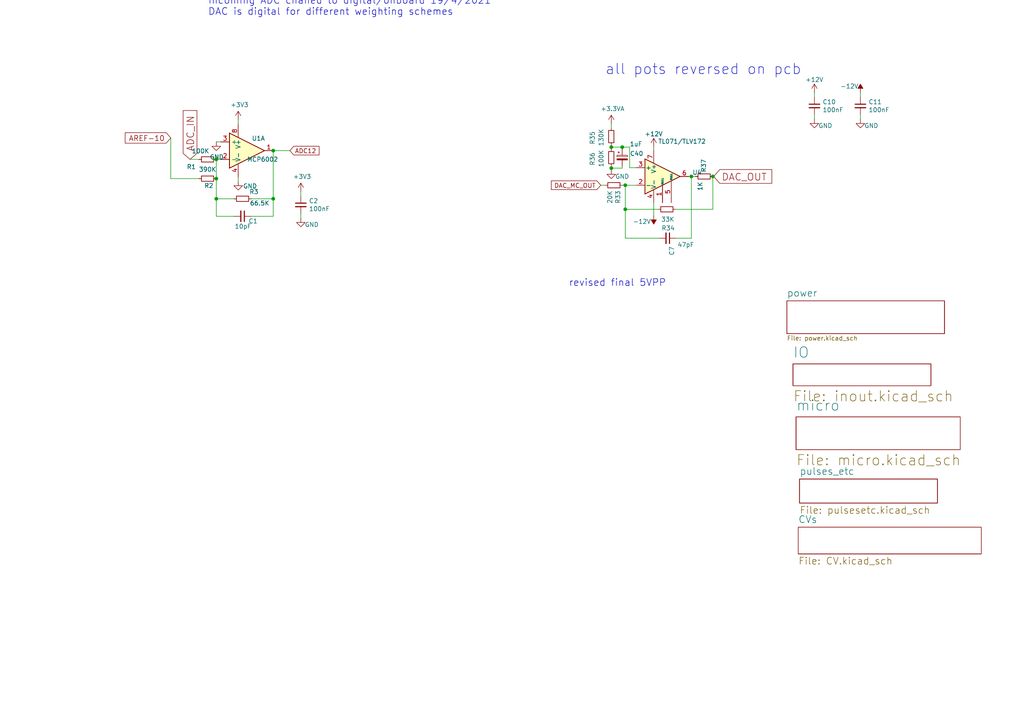
<source format=kicad_sch>
(kicad_sch (version 20211123) (generator eeschema)
  (paper "A4")
  (title_block (title "SEGMENTS") (date "2020-12-28") (rev "002"))
  (lib_symbols
    (symbol "Amplifier_Operational:TL071" (pin_names (offset 0.127))
      (property "Reference" "U" (at 0 6.35 0))
      (property "Value" "Amplifier_Operational_TL071" (at 0 3.81 0))
      (symbol "TL071_0_1"
        (polyline (pts (xy -5.08 5.08) (xy 5.08 0) (xy -5.08 -5.08) (xy -5.08 5.08)) (stroke (width 0.254)) (fill (type background)))
      )
      (symbol "TL071_1_1"
        (pin input line (at 0 -7.62 90) (length 5.08) (name "NULL") (number "1"))
        (pin input line (at -7.62 -2.54 0) (length 2.54) (name "-") (number "2"))
        (pin input line (at -7.62 2.54 0) (length 2.54) (name "+") (number "3"))
        (pin power_in line (at -2.54 -7.62 90) (length 3.81) (name "V-") (number "4"))
        (pin input line (at 2.54 -7.62 90) (length 6.35) (name "NULL") (number "5"))
        (pin output line (at 7.62 0 180) (length 2.54) (name "~") (number "6"))
        (pin power_in line (at -2.54 7.62 270) (length 3.81) (name "V+") (number "7"))
        (pin no_connect line (at 0 2.54 270) (length 2.54) hide (name "NC") (number "8"))
      )
    )
    (symbol "Device:CP_Small" (pin_numbers hide) (pin_names (offset 0.254) hide)
      (property "Reference" "C" (at 0.254 1.778 0))
      (property "Value" "Device_CP_Small" (at 0.254 -2.032 0))
      (symbol "CP_Small_0_1"
        (rectangle (start -1.524 -0.3048) (end 1.524 -0.6858) (fill (type outline)))
        (rectangle (start -1.524 0.6858) (end 1.524 0.3048))
        (polyline (pts (xy -1.27 1.524) (xy -0.762 1.524)))
        (polyline (pts (xy -1.016 1.27) (xy -1.016 1.778)))
      )
      (symbol "CP_Small_1_1"
        (pin passive line (at 0 2.54 270) (length 1.8542) (name "~") (number "1"))
        (pin passive line (at 0 -2.54 90) (length 1.8542) (name "~") (number "2"))
      )
    )
    (symbol "Device:C_Small" (pin_numbers hide) (pin_names (offset 0.254) hide)
      (property "Reference" "C" (at 0.254 1.778 0))
      (property "Value" "Device_C_Small" (at 0.254 -2.032 0))
      (symbol "C_Small_0_1"
        (polyline (pts (xy -1.524 -0.508) (xy 1.524 -0.508)) (stroke (width 0.3302)))
        (polyline (pts (xy -1.524 0.508) (xy 1.524 0.508)) (stroke (width 0.3048)))
      )
      (symbol "C_Small_1_1"
        (pin passive line (at 0 2.54 270) (length 2.032) (name "~") (number "1"))
        (pin passive line (at 0 -2.54 90) (length 2.032) (name "~") (number "2"))
      )
    )
    (symbol "Device:R_Small" (pin_numbers hide) (pin_names (offset 0.254) hide)
      (property "Reference" "R" (at 0.762 0.508 0))
      (property "Value" "Device_R_Small" (at 0.762 -1.016 0))
      (symbol "R_Small_0_1"
        (rectangle (start -0.762 1.778) (end 0.762 -1.778) (stroke (width 0.2032)))
      )
      (symbol "R_Small_1_1"
        (pin passive line (at 0 2.54 270) (length 0.762) (name "~") (number "1"))
        (pin passive line (at 0 -2.54 90) (length 0.762) (name "~") (number "2"))
      )
    )
    (symbol "allcolours-rescue:C_Small-device-allcolours-rescue" (pin_numbers hide) (pin_names (offset 0.254) hide)
      (property "Reference" "C" (at 0.254 1.778 0))
      (property "Value" "allcolours-rescue_C_Small-device-allcolours-rescue" (at 0.254 -2.032 0))
      (symbol "C_Small-device-allcolours-rescue_0_1"
        (polyline (pts (xy -1.524 -0.508) (xy 1.524 -0.508)) (stroke (width 0.3302)))
        (polyline (pts (xy -1.524 0.508) (xy 1.524 0.508)) (stroke (width 0.3048)))
      )
      (symbol "C_Small-device-allcolours-rescue_1_1"
        (pin passive line (at 0 2.54 270) (length 2.032) (name "~") (number "1"))
        (pin passive line (at 0 -2.54 90) (length 2.032) (name "~") (number "2"))
      )
    )
    (symbol "allcolours-rescue:GND-power-allcolours-rescue" (power) (pin_names (offset 0))
      (property "Value" "allcolours-rescue_GND-power-allcolours-rescue" (at 0 -3.81 0))
      (symbol "GND-power-allcolours-rescue_0_1"
        (polyline (pts (xy 0 0) (xy 0 -1.27) (xy 1.27 -1.27) (xy 0 -2.54) (xy -1.27 -1.27) (xy 0 -1.27)))
      )
      (symbol "GND-power-allcolours-rescue_1_1"
        (pin power_in line (at 0 0 270) (length 0) hide (name "GND") (number "1"))
      )
    )
    (symbol "allcolours-rescue:MCP6002-xSN-linear-allcolours-rescue"
      (property "Reference" "U" (at 0 5.08 0))
      (property "Value" "allcolours-rescue_MCP6002-xSN-linear-allcolours-rescue" (at 0 -5.08 0))
      (symbol "MCP6002-xSN-linear-allcolours-rescue_0_1"
        (polyline (pts (xy -5.08 5.08) (xy 5.08 0) (xy -5.08 -5.08) (xy -5.08 5.08)) (stroke (width 0.254)) (fill (type background)))
        (pin power_in line (at -2.54 -7.62 90) (length 3.81) (name "V-") (number "4"))
        (pin power_in line (at -2.54 7.62 270) (length 3.81) (name "V+") (number "8"))
      )
      (symbol "MCP6002-xSN-linear-allcolours-rescue_1_1"
        (pin output line (at 7.62 0 180) (length 2.54) (name "~") (number "1"))
        (pin input line (at -7.62 -2.54 0) (length 2.54) (name "-") (number "2"))
        (pin input line (at -7.62 2.54 0) (length 2.54) (name "+") (number "3"))
      )
      (symbol "MCP6002-xSN-linear-allcolours-rescue_2_1"
        (pin input line (at -7.62 2.54 0) (length 2.54) (name "+") (number "5"))
        (pin input line (at -7.62 -2.54 0) (length 2.54) (name "-") (number "6"))
        (pin output line (at 7.62 0 180) (length 2.54) (name "~") (number "7"))
      )
    )
    (symbol "allcolours-rescue:R_Small-device-allcolours-rescue" (pin_numbers hide) (pin_names (offset 0.254) hide)
      (property "Reference" "R" (at 0.762 0.508 0))
      (property "Value" "allcolours-rescue_R_Small-device-allcolours-rescue" (at 0.762 -1.016 0))
      (symbol "R_Small-device-allcolours-rescue_0_1"
        (rectangle (start -0.762 1.778) (end 0.762 -1.778) (stroke (width 0.2032)))
      )
      (symbol "R_Small-device-allcolours-rescue_1_1"
        (pin passive line (at 0 2.54 270) (length 0.762) (name "~") (number "1"))
        (pin passive line (at 0 -2.54 90) (length 0.762) (name "~") (number "2"))
      )
    )
    (symbol "power:+12V" (power) (pin_names (offset 0))
      (property "Value" "power_+12V" (at 0 3.556 0))
      (symbol "+12V_0_1"
        (polyline (pts (xy -0.762 1.27) (xy 0 2.54)))
        (polyline (pts (xy 0 0) (xy 0 2.54)))
        (polyline (pts (xy 0 2.54) (xy 0.762 1.27)))
      )
      (symbol "+12V_1_1"
        (pin power_in line (at 0 0 90) (length 0) hide (name "+12V") (number "1"))
      )
    )
    (symbol "power:+3.3V" (power) (pin_names (offset 0))
      (property "Value" "power_+3.3V" (at 0 3.556 0))
      (symbol "+3.3V_0_1"
        (polyline (pts (xy -0.762 1.27) (xy 0 2.54)))
        (polyline (pts (xy 0 0) (xy 0 2.54)))
        (polyline (pts (xy 0 2.54) (xy 0.762 1.27)))
      )
      (symbol "+3.3V_1_1"
        (pin power_in line (at 0 0 90) (length 0) hide (name "+3V3") (number "1"))
      )
    )
    (symbol "power:+3.3VA" (power) (pin_names (offset 0))
      (property "Value" "power_+3.3VA" (at 0 3.556 0))
      (symbol "+3.3VA_0_1"
        (polyline (pts (xy -0.762 1.27) (xy 0 2.54)))
        (polyline (pts (xy 0 0) (xy 0 2.54)))
        (polyline (pts (xy 0 2.54) (xy 0.762 1.27)))
      )
      (symbol "+3.3VA_1_1"
        (pin power_in line (at 0 0 90) (length 0) hide (name "+3.3VA") (number "1"))
      )
    )
    (symbol "power:-12V" (power) (pin_names (offset 0))
      (property "Value" "power_-12V" (at 0 3.81 0))
      (symbol "-12V_0_0"
        (pin power_in line (at 0 0 90) (length 0) hide (name "-12V") (number "1"))
      )
      (symbol "-12V_0_1"
        (polyline (pts (xy 0 0) (xy 0 1.27) (xy 0.762 1.27) (xy 0 2.54) (xy -0.762 1.27) (xy 0 1.27)) (fill (type outline)))
      )
    )
    (symbol "power:GND" (power) (pin_names (offset 0))
      (property "Value" "power_GND" (at 0 -3.81 0))
      (symbol "GND_0_1"
        (polyline (pts (xy 0 0) (xy 0 -1.27) (xy 1.27 -1.27) (xy 0 -2.54) (xy -1.27 -1.27) (xy 0 -1.27)))
      )
      (symbol "GND_1_1"
        (pin power_in line (at 0 0 270) (length 0) hide (name "GND") (number "1"))
      )
    )
  )
  (junction (at 177.292 42.672))
  (junction (at 79.248 57.658))
  (junction (at 206.756 51.181))
  (junction (at 181.356 60.706))
  (junction (at 200.533 51.181))
  (junction (at 62.738 46.228))
  (junction (at 79.248 43.688))
  (junction (at 62.738 57.658))
  (junction (at 62.738 51.816))
  (junction (at 181.356 53.721))
  (junction (at 177.292 48.768))
  (junction (at 180.467 42.672))
  (wire (pts (xy 236.22 26.924) (xy 236.22 28.194)))
  (wire (pts (xy 181.356 60.706) (xy 181.356 69.088)))
  (wire (pts (xy 177.292 42.672) (xy 177.292 43.18)))
  (wire (pts (xy 180.467 42.672) (xy 182.626 42.672)))
  (wire (pts (xy 206.756 51.181) (xy 207.01 51.181)))
  (wire (pts (xy 195.961 60.706) (xy 206.756 60.706)))
  (wire (pts (xy 69.088 52.578) (xy 69.088 51.308)))
  (wire (pts (xy 62.738 51.816) (xy 62.738 57.658)))
  (wire (pts (xy 249.555 33.274) (xy 249.555 34.544)))
  (wire (pts (xy 177.292 35.941) (xy 177.292 37.084)))
  (wire (pts (xy 177.292 42.164) (xy 177.292 42.672)))
  (wire (pts (xy 206.756 51.181) (xy 206.756 60.706)))
  (wire (pts (xy 175.514 53.721) (xy 174.244 53.721)))
  (wire (pts (xy 72.898 62.738) (xy 79.248 62.738)))
  (wire (pts (xy 87.249 61.976) (xy 87.249 63.246)))
  (wire (pts (xy 189.611 58.801) (xy 189.611 62.484)))
  (wire (pts (xy 180.594 53.721) (xy 181.356 53.721)))
  (wire (pts (xy 177.292 48.768) (xy 177.292 49.276)))
  (wire (pts (xy 180.467 42.672) (xy 180.467 43.18)))
  (wire (pts (xy 181.356 69.088) (xy 191.135 69.088)))
  (wire (pts (xy 177.292 48.768) (xy 180.467 48.768)))
  (wire (pts (xy 177.292 42.672) (xy 180.467 42.672)))
  (wire (pts (xy 181.356 53.721) (xy 184.531 53.721)))
  (wire (pts (xy 87.249 55.626) (xy 87.249 56.896)))
  (wire (pts (xy 181.356 60.706) (xy 190.881 60.706)))
  (wire (pts (xy 62.738 57.658) (xy 67.818 57.658)))
  (wire (pts (xy 180.467 48.768) (xy 180.467 48.26)))
  (wire (pts (xy 62.738 62.738) (xy 67.818 62.738)))
  (wire (pts (xy 55.118 46.228) (xy 57.658 46.228)))
  (wire (pts (xy 62.738 46.228) (xy 64.008 46.228)))
  (wire (pts (xy 49.53 51.816) (xy 57.658 51.816)))
  (wire (pts (xy 72.898 57.658) (xy 79.248 57.658)))
  (wire (pts (xy 181.356 53.721) (xy 181.356 60.706)))
  (wire (pts (xy 196.215 69.088) (xy 200.533 69.088)))
  (wire (pts (xy 79.248 57.658) (xy 79.248 43.688)))
  (wire (pts (xy 62.738 41.148) (xy 64.008 41.148)))
  (wire (pts (xy 249.555 26.924) (xy 249.555 28.194)))
  (wire (pts (xy 49.53 51.816) (xy 49.53 40.005)))
  (wire (pts (xy 189.611 42.672) (xy 189.611 43.561)))
  (wire (pts (xy 177.292 48.26) (xy 177.292 48.768)))
  (wire (pts (xy 182.626 48.641) (xy 184.531 48.641)))
  (wire (pts (xy 79.248 43.688) (xy 84.074 43.688)))
  (wire (pts (xy 182.626 42.672) (xy 182.626 48.641)))
  (wire (pts (xy 62.738 46.228) (xy 62.738 51.816)))
  (wire (pts (xy 200.533 51.181) (xy 201.676 51.181)))
  (wire (pts (xy 69.088 36.068) (xy 69.088 34.798)))
  (wire (pts (xy 79.248 62.738) (xy 79.248 57.658)))
  (wire (pts (xy 236.22 33.274) (xy 236.22 34.544)))
  (wire (pts (xy 200.533 69.088) (xy 200.533 51.181)))
  (wire (pts (xy 62.738 57.658) (xy 62.738 62.738)))
  (wire (pts (xy 199.771 51.181) (xy 200.533 51.181)))
  (text "incoming ADC chaned to digital/onboard 19/4/2021\nDAC is digital for different weighting schemes" (at 60.325 4.699 0) (effects (font (size 2.0066 2.0066)) (justify left bottom)))
  (text "Revised for new buffer DAC out, ADCref jack and analog power 28/12/2020\nChanged normings so is only one PWM norm 4/1/2020" (at 59.944 -7.493 0) (effects (font (size 2.0066 2.0066)) (justify left bottom)))
  (text "\n\nrevised final 5VPP" (at 164.9476 83.312 0) (effects (font (size 2.0066 2.0066)) (justify left bottom)))
  (text "all pots reversed on pcb" (at 175.4886 21.971 0) (effects (font (size 2.9972 2.9972)) (justify left bottom)))
  (global_label "AREF-10" (shape input) (at 49.53 40.005 180) (effects (font (size 1.524 1.524))) (property "Intersheet References" "${INTERSHEET_REFS}" (effects hide)))
  (global_label "DAC_OUT" (shape input) (at 207.01 51.181 0) (effects (font (size 2.0066 2.0066))) (property "Intersheet References" "${INTERSHEET_REFS}" (effects hide)))
  (global_label "ADC12" (shape input) (at 84.074 43.688 0) (property "Intersheet References" "${INTERSHEET_REFS}" (effects hide)))
  (global_label "ADC_IN" (shape input) (at 55.118 46.228 90) (effects (font (size 2.0066 2.0066))) (property "Intersheet References" "${INTERSHEET_REFS}" (effects hide)))
  (global_label "DAC_MC_OUT" (shape input) (at 174.244 53.721 180) (property "Intersheet References" "${INTERSHEET_REFS}" (effects hide)))
  (symbol (lib_id "power:-12V") (at 189.611 62.484 180) (unit 1)
    (property "Reference" "#PWR040" (effects hide))
    (property "Value" "-12V" (at 186.182 64.262 0))
  )
  (symbol (lib_id "power:+12V") (at 189.611 42.672 0) (unit 1)
    (property "Reference" "#PWR039" (effects hide))
    (property "Value" "+12V" (at 189.611 38.862 0))
  )
  (symbol (lib_id "Device:C_Small") (at 236.22 30.734 0) (unit 1)
    (property "Reference" "C10" (at 238.5568 29.5656 0) (effects (justify left)))
    (property "Value" "100nF" (at 238.5568 31.877 0) (effects (justify left)))
    (property "Footprint" "Capacitors_SMD:C_0805" (effects hide))
  )
  (symbol (lib_id "Device:C_Small") (at 249.555 30.734 0) (unit 1)
    (property "Reference" "C11" (at 251.8918 29.5656 0) (effects (justify left)))
    (property "Value" "100nF" (at 251.8918 31.877 0) (effects (justify left)))
    (property "Footprint" "Capacitors_SMD:C_0805" (effects hide))
  )
  (symbol (lib_id "power:+12V") (at 236.22 26.924 0) (unit 1)
    (property "Reference" "#PWR047" (effects hide))
    (property "Value" "+12V" (at 236.22 23.114 0))
  )
  (symbol (lib_id "power:-12V") (at 249.555 26.924 0) (unit 1)
    (property "Reference" "#PWR049" (effects hide))
    (property "Value" "-12V" (at 246.38 25.019 0))
  )
  (symbol (lib_id "power:GND") (at 249.555 34.544 0) (unit 1)
    (property "Reference" "#PWR050" (effects hide))
    (property "Value" "GND" (at 252.73 36.449 0))
  )
  (symbol (lib_id "power:GND") (at 236.22 34.544 0) (unit 1)
    (property "Reference" "#PWR048" (effects hide))
    (property "Value" "GND" (at 239.395 36.449 0))
  )
  (symbol (lib_id "Device:R_Small") (at 193.421 60.706 270) (unit 1)
    (property "Reference" "R34" (at 193.802 66.167 90))
    (property "Value" "33K" (at 193.675 63.627 90))
    (property "Footprint" "Resistors_SMD:R_0805" (effects hide))
  )
  (symbol (lib_id "power:GND") (at 177.292 49.276 0) (unit 1)
    (property "Reference" "#PWR037" (effects hide))
    (property "Value" "GND" (at 180.467 51.181 0))
  )
  (symbol (lib_id "Device:R_Small") (at 178.054 53.721 270) (unit 1)
    (property "Reference" "R33" (at 179.2224 55.2196 0) (effects (justify left)))
    (property "Value" "20K" (at 176.911 55.2196 0) (effects (justify left)))
    (property "Footprint" "Resistors_SMD:R_0805" (effects hide))
  )
  (symbol (lib_id "Device:CP_Small") (at 180.467 45.72 0) (unit 1)
    (property "Reference" "C40" (at 182.7022 44.5516 0) (effects (justify left)))
    (property "Value" "1uF" (at 182.626 41.783 0) (effects (justify left)))
    (property "Footprint" "SMD_Packages:SMD-1206_Pol" (effects hide))
  )
  (symbol (lib_id "Device:R_Small") (at 204.216 51.181 270) (unit 1)
    (property "Reference" "R37" (at 204.089 46.101 0) (effects (justify left)))
    (property "Value" "1K" (at 203.073 52.6796 0) (effects (justify left)))
    (property "Footprint" "Resistors_SMD:R_0805" (effects hide))
  )
  (symbol (lib_id "Device:C_Small") (at 193.675 69.088 270) (unit 1)
    (property "Reference" "C7" (at 194.8434 71.4248 0) (effects (justify left)))
    (property "Value" "47pF" (at 196.469 70.993 90) (effects (justify left)))
    (property "Footprint" "Capacitors_SMD:C_0805" (effects hide))
  )
  (symbol (lib_id "Device:R_Small") (at 177.292 45.72 180) (unit 1)
    (property "Reference" "R36" (at 171.831 46.101 90))
    (property "Value" "100K" (at 174.371 45.974 90))
    (property "Footprint" "Resistors_SMD:R_0805" (effects hide))
  )
  (symbol (lib_id "Device:R_Small") (at 177.292 39.624 180) (unit 1)
    (property "Reference" "R35" (at 171.831 40.005 90))
    (property "Value" "130K" (at 174.371 39.878 90))
    (property "Footprint" "Resistors_SMD:R_0805" (effects hide))
  )
  (symbol (lib_id "power:+3.3VA") (at 177.292 35.941 0) (unit 1)
    (property "Reference" "#PWR0156" (effects hide))
    (property "Value" "+3.3VA" (at 177.673 31.5468 0))
  )
  (symbol (lib_id "Amplifier_Operational:TL071") (at 192.151 51.181 0) (unit 1)
    (property "Reference" "U4" (at 200.8124 50.0126 0) (effects (justify left)))
    (property "Value" "TL071/TLV172" (at 190.881 41.021 0) (effects (justify left)))
    (property "Footprint" "Housings_SOIC:SOIC-8_3.9x4.9mm_Pitch1.27mm" (effects hide))
    (property "Datasheet" "http://www.ti.com/lit/ds/symlink/tl071.pdf" (effects hide))
  )
  (symbol (lib_id "allcolours-rescue:MCP6002-xSN-linear-allcolours-rescue") (at 71.628 43.688 0) (unit 1)
    (property "Reference" "U1" (at 73.025 40.132 0) (effects (justify left)))
    (property "Value" "MCP6002" (at 71.628 46.228 0) (effects (justify left)))
    (property "Footprint" "Housings_SOIC:SOIC-8_3.9x4.9mm_Pitch1.27mm" (effects hide))
    (property "Datasheet" "http://ww1.microchip.com/downloads/en/DeviceDoc/21733j.pdf" (effects hide))
  )
  (symbol (lib_id "allcolours-rescue:GND-power-allcolours-rescue") (at 69.088 52.578 0) (unit 1)
    (property "Reference" "#PWR03" (effects hide))
    (property "Value" "GND" (at 72.517 53.975 0))
  )
  (symbol (lib_id "allcolours-rescue:R_Small-device-allcolours-rescue") (at 60.198 46.228 270) (unit 1)
    (property "Reference" "R1" (at 55.499 48.387 90))
    (property "Value" "100K" (at 58.166 43.815 90))
    (property "Footprint" "Resistors_SMD:R_0805" (effects hide))
  )
  (symbol (lib_id "allcolours-rescue:R_Small-device-allcolours-rescue") (at 70.358 57.658 270) (unit 1)
    (property "Reference" "R3" (at 73.66 55.626 90))
    (property "Value" "66.5K" (at 75.311 58.928 90))
    (property "Footprint" "Resistors_SMD:R_0805" (effects hide))
  )
  (symbol (lib_id "allcolours-rescue:GND-power-allcolours-rescue") (at 62.738 41.148 0) (unit 1)
    (property "Reference" "#PWR01" (effects hide))
    (property "Value" "GND" (at 62.865 45.5422 0))
  )
  (symbol (lib_id "allcolours-rescue:C_Small-device-allcolours-rescue") (at 70.358 62.738 270) (unit 1)
    (property "Reference" "C1" (at 73.406 64.135 90))
    (property "Value" "10pF" (at 70.485 65.659 90))
    (property "Footprint" "Capacitors_SMD:C_0805" (effects hide))
  )
  (symbol (lib_id "allcolours-rescue:R_Small-device-allcolours-rescue") (at 60.198 51.816 270) (unit 1)
    (property "Reference" "R2" (at 60.579 53.848 90))
    (property "Value" "390K" (at 60.198 49.149 90))
    (property "Footprint" "Resistors_SMD:R_0805" (effects hide))
  )
  (symbol (lib_id "power:+3.3V") (at 69.088 34.798 0) (unit 1)
    (property "Reference" "#PWR02" (effects hide))
    (property "Value" "+3.3V" (at 69.469 30.4038 0))
  )
  (symbol (lib_id "Device:C_Small") (at 87.249 59.436 0) (unit 1)
    (property "Reference" "C2" (at 89.5858 58.2676 0) (effects (justify left)))
    (property "Value" "100nF" (at 89.5858 60.579 0) (effects (justify left)))
    (property "Footprint" "Capacitors_SMD:C_0805" (effects hide))
  )
  (symbol (lib_id "power:GND") (at 87.249 63.246 0) (unit 1)
    (property "Reference" "#PWR05" (effects hide))
    (property "Value" "GND" (at 90.424 65.151 0))
  )
  (symbol (lib_id "power:+3.3V") (at 87.249 55.626 0) (unit 1)
    (property "Reference" "#PWR04" (effects hide))
    (property "Value" "+3.3V" (at 87.63 51.2318 0))
  )
  (sheet (at 228.219 87.249) (size 45.72 9.525)
    (property "Sheet name" "power" (at 228.219 86.1691 0) (effects (font (size 2.0066 2.0066)) (justify left bottom)))
    (property "Sheet file" "power.kicad_sch" (at 228.219 97.3586 0) (effects (justify left top)))
  )
  (sheet (at 231.902 138.938) (size 40.005 6.985)
    (property "Sheet name" "pulses_etc" (at 231.902 137.8581 0) (effects (font (size 2.0066 2.0066)) (justify left bottom)))
    (property "Sheet file" "pulsesetc.kicad_sch" (at 231.902 146.8022 0) (effects (font (size 2.0066 2.0066)) (justify left top)))
  )
  (sheet (at 229.997 105.537) (size 40.005 6.35)
    (property "Sheet name" "IO" (at 229.997 103.9618 0) (effects (font (size 2.9972 2.9972)) (justify left bottom)))
    (property "Sheet file" "inout.kicad_sch" (at 229.997 113.1625 0) (effects (font (size 2.9972 2.9972)) (justify left top)))
  )
  (sheet (at 230.886 120.904) (size 47.625 9.525)
    (property "Sheet name" "micro" (at 230.886 119.3288 0) (effects (font (size 2.9972 2.9972)) (justify left bottom)))
    (property "Sheet file" "micro.kicad_sch" (at 230.886 131.7045 0) (effects (font (size 2.9972 2.9972)) (justify left top)))
  )
  (sheet (at 231.521 152.908) (size 53.086 7.747)
    (property "Sheet name" "CVs" (at 231.521 151.8281 0) (effects (font (size 2.0066 2.0066)) (justify left bottom)))
    (property "Sheet file" "CV.kicad_sch" (at 231.521 161.5342 0) (effects (font (size 2.0066 2.0066)) (justify left top)))
  )
)
</source>
